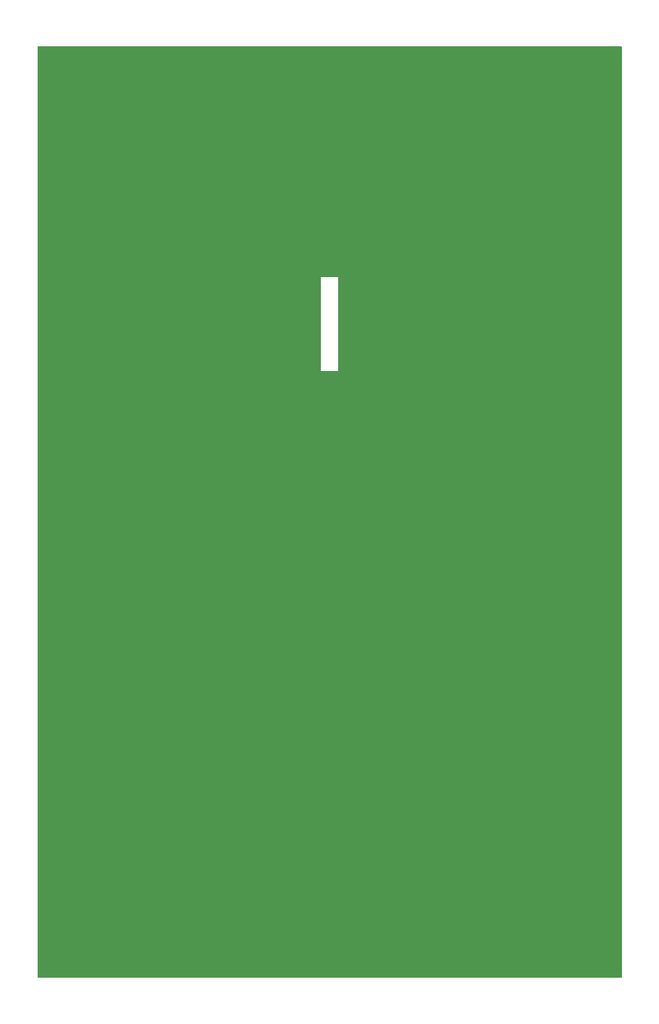
<source format=gbl>
G04 #@! TF.GenerationSoftware,KiCad,Pcbnew,(7.0.0-0)*
G04 #@! TF.CreationDate,2023-03-22T15:45:38-07:00*
G04 #@! TF.ProjectId,Kit-Trig-Sampler-FACEPLATE,4b69742d-5472-4696-972d-53616d706c65,rev?*
G04 #@! TF.SameCoordinates,PXa661c0PY7cdd488*
G04 #@! TF.FileFunction,Copper,L2,Bot*
G04 #@! TF.FilePolarity,Positive*
%FSLAX46Y46*%
G04 Gerber Fmt 4.6, Leading zero omitted, Abs format (unit mm)*
G04 Created by KiCad (PCBNEW (7.0.0-0)) date 2023-03-22 15:45:38*
%MOMM*%
%LPD*%
G01*
G04 APERTURE LIST*
G04 #@! TA.AperFunction,ComponentPad*
%ADD10C,7.620000*%
G04 #@! TD*
G04 #@! TA.AperFunction,ComponentPad*
%ADD11C,7.874000*%
G04 #@! TD*
G04 #@! TA.AperFunction,ComponentPad*
%ADD12O,7.366000X4.191000*%
G04 #@! TD*
G04 #@! TA.AperFunction,ComponentPad*
%ADD13C,5.969000*%
G04 #@! TD*
G04 #@! TA.AperFunction,ComponentPad*
%ADD14C,8.051800*%
G04 #@! TD*
G04 APERTURE END LIST*
D10*
X9371000Y32672564D03*
D11*
X52796000Y70159800D03*
D12*
X7138999Y125148799D03*
D13*
X67796000Y111222564D03*
D10*
X12696000Y48472564D03*
X29139000Y32672564D03*
D11*
X12196000Y89747564D03*
D14*
X40096000Y108947564D03*
D10*
X9371000Y17247564D03*
D11*
X67996000Y89747564D03*
D10*
X49246000Y48472564D03*
X70821000Y32672564D03*
D12*
X73052999Y125148799D03*
D10*
X31021000Y48472564D03*
D11*
X27396000Y70115481D03*
D12*
X73052999Y2643199D03*
D10*
X51026000Y17247564D03*
X51053000Y32672564D03*
X29166000Y17247564D03*
D12*
X7138999Y2643199D03*
D10*
X67421000Y48472564D03*
X70821000Y17247564D03*
D13*
X12396000Y111222564D03*
G04 #@! TA.AperFunction,Conductor*
G36*
X80130000Y127775387D02*
G01*
X80175387Y127730000D01*
X80192000Y127668000D01*
X80192000Y124000D01*
X80175387Y62000D01*
X80130000Y16613D01*
X80068000Y0D01*
X124000Y0D01*
X62000Y16613D01*
X16613Y62000D01*
X0Y124000D01*
X0Y83209800D01*
X38875459Y83209800D01*
X38875500Y83209701D01*
X38875617Y83209417D01*
X38876000Y83209259D01*
X38876099Y83209300D01*
X41265901Y83209300D01*
X41266000Y83209259D01*
X41266383Y83209417D01*
X41266500Y83209701D01*
X41266541Y83209800D01*
X41266500Y83209899D01*
X41266500Y96079701D01*
X41266541Y96079800D01*
X41266383Y96080183D01*
X41266099Y96080300D01*
X41266000Y96080341D01*
X41265901Y96080300D01*
X38876099Y96080300D01*
X38876000Y96080341D01*
X38875901Y96080300D01*
X38875617Y96080183D01*
X38875459Y96079800D01*
X38875500Y96079701D01*
X38875500Y83209899D01*
X38875459Y83209800D01*
X0Y83209800D01*
X0Y127668000D01*
X16613Y127730000D01*
X62000Y127775387D01*
X124000Y127792000D01*
X80068000Y127792000D01*
X80130000Y127775387D01*
G37*
G04 #@! TD.AperFunction*
M02*

</source>
